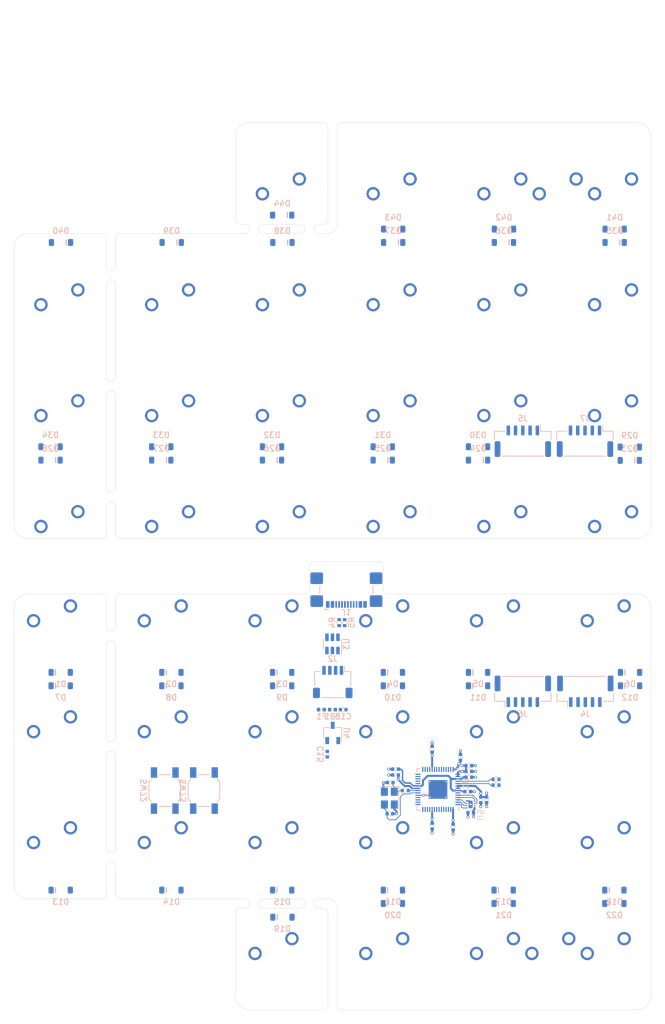
<source format=kicad_pcb>
(kicad_pcb (version 20241229) (generator "pcbnew") (generator_version "9.0")
  (layers (0 "F.Cu" signal) (4 "In1.Cu" signal) (6 "In2.Cu" signal) (2 "B.Cu" signal) (13 "F.Paste" user) (15 "B.Paste" user) (5 "F.SilkS" user "F.Silkscreen") (7 "B.SilkS" user "B.Silkscreen") (1 "F.Mask" user) (3 "B.Mask" user) (25 "Edge.Cuts" user))
  (net 0 "")
  (net 1 "/XIN_")
  (net 2 "GND")
  (net 3 "/XOUT_")
  (net 4 "/VFused_")
  (net 5 "+3.3V")
  (net 6 "+1V1")
  (net 7 "/DN")
  (net 8 "/DP")
  (net 9 "Net-(U1-XOUT)")
  (net 10 "Net-(U1-USB_DP)")
  (net 11 "Net-(U1-USB_DM)")
  (net 12 "GP0")
  (net 13 "Net-(D1-A)")
  (net 14 "GP2")
  (net 15 "Net-(D2-A)")
  (net 16 "GP4")
  (net 17 "Net-(D3-A)")
  (net 18 "GP6")
  (net 19 "GP8")
  (net 20 "/D1+")
  (net 21 "GP10")
  (net 22 "Net-(D4-A)")
  (net 23 "GP11")
  (net 24 "/VBUS")
  (net 25 "GP12")
  (net 26 "/D1-")
  (net 27 "/RUN_")
  (net 28 "GP13")
  (net 29 "GP14")
  (net 30 "GP15")
  (net 31 "GP16")
  (net 32 "GP17")
  (net 33 "GP18")
  (net 34 "/SD3_")
  (net 35 "/SCLK_")
  (net 36 "/SD0_")
  (net 37 "/SD2_")
  (net 38 "/SD1_")
  (net 39 "/CS_")
  (net 40 "GP1")
  (net 41 "GP3")
  (net 42 "GP5")
  (net 43 "GP7")
  (net 44 "GP9")
  (net 45 "GP19")
  (net 46 "GP20")
  (net 47 "GP21")
  (net 48 "GP22")
  (net 49 "GP23")
  (net 50 "GP24")
  (net 51 "GP25")
  (net 52 "GP26")
  (net 53 "GP27")
  (net 54 "GP28")
  (net 55 "GP29")
  (net 58 "Net-(F1-Pad1)")
  (net 59 "Net-(J1-CC1)")
  (net 61 "Net-(J1-CC2)")
  (net 68 "/Switch Matrix/ROW3")
  (net 69 "/Switch Matrix/ROW0")
  (net 70 "/Switch Matrix/COL6")
  (net 71 "/Switch Matrix/COL6r")
  (net 72 "/Switch Matrix/COL9")
  (net 73 "/Switch Matrix/COL7")
  (net 74 "/Switch Matrix/COL8")
  (net 75 "/Switch Matrix/COL10")
  (net 76 "/Switch Matrix/COL11")
  (net 77 "/Switch Matrix/COL9r")
  (net 78 "/Switch Matrix/COL7r")
  (net 79 "/Switch Matrix/COL10r")
  (net 80 "/Switch Matrix/COL8r")
  (net 81 "/Switch Matrix/COL11r")
  (net 82 "Net-(D5-A)")
  (net 83 "Net-(D6-A)")
  (net 84 "Net-(D7-A)")
  (net 85 "Net-(D8-A)")
  (net 86 "Net-(D9-A)")
  (net 87 "Net-(D10-A)")
  (net 88 "Net-(D11-A)")
  (net 89 "Net-(D12-A)")
  (net 90 "Net-(D13-A)")
  (net 91 "Net-(D14-A)")
  (net 92 "Net-(D15-A)")
  (net 93 "Net-(D16-A)")
  (net 94 "Net-(D17-A)")
  (net 95 "Net-(D18-A)")
  (net 96 "Net-(D19-A)")
  (net 97 "Net-(D20-A)")
  (net 98 "Net-(D21-A)")
  (net 99 "Net-(D22-A)")
  (net 100 "Net-(D23-A)")
  (net 101 "/Switch Matrix/ROW0r")
  (net 102 "Net-(D24-A)")
  (net 103 "Net-(D25-A)")
  (net 104 "Net-(D26-A)")
  (net 105 "Net-(D27-A)")
  (net 106 "Net-(D28-A)")
  (net 107 "/Switch Matrix/ROW1r")
  (net 108 "Net-(D29-A)")
  (net 109 "Net-(D30-A)")
  (net 110 "Net-(D31-A)")
  (net 111 "Net-(D32-A)")
  (net 112 "Net-(D33-A)")
  (net 113 "Net-(D34-A)")
  (net 114 "/Switch Matrix/ROW2r")
  (net 115 "Net-(D35-A)")
  (net 116 "Net-(D36-A)")
  (net 117 "Net-(D37-A)")
  (net 118 "Net-(D38-A)")
  (net 119 "Net-(D39-A)")
  (net 120 "Net-(D40-A)")
  (net 121 "/Switch Matrix/ROW3r")
  (net 122 "Net-(D41-A)")
  (net 123 "Net-(D42-A)")
  (net 124 "Net-(D43-A)")
  (net 125 "Net-(D44-A)")
  (net 126 "/Switch Matrix/COL0")
  (net 127 "/Switch Matrix/COL3")
  (net 128 "/Switch Matrix/COL4")
  (net 129 "/Switch Matrix/COL5")
  (footprint "PCM_marbastlib-mx:SW_MX_1u" (layer "F.Cu") (at 83.34375 150.01875)
    (property "Reference" "MX14" (hide yes))
    (property "Value" "MX_SW_solder")
  )
  (footprint "PCM_marbastlib-mx:SW_MX_1u" (layer "F.Cu") (at 83.34375 88.10625 180)
    (property "Reference" "MX27" (hide yes))
    (property "Value" "MX_SW_solder")
  )
  (footprint "PCM_marbastlib-mx:SW_MX_1u" (layer "F.Cu") (at 140.49375 130.96875)
    (property "Reference" "MX11" (hide yes))
    (property "Value" "MX_SW_solder")
  )
  (footprint "PCM_marbastlib-mx:SW_MX_1u" (layer "F.Cu") (at 121.44375 30.95625 180)
    (property "Reference" "MX43" (hide yes))
    (property "Value" "MX_SW_solder")
  )
  (footprint "PCM_marbastlib-mx:SW_MX_1u" (layer "F.Cu") (at 159.54375 150.01875)
    (property "Reference" "MX18" (hide yes))
    (property "Value" "MX_SW_solder")
  )
  (footprint "PCM_marbastlib-mx:SW_MX_1u" (layer "F.Cu") (at 64.29375 88.10625 180)
    (property "Reference" "MX28" (hide yes))
    (property "Value" "MX_SW_solder")
  )
  (footprint "PCM_marbastlib-mx:SW_MX_1u" (layer "F.Cu") (at 83.34375 111.91875)
    (property "Reference" "MX2" (hide yes))
    (property "Value" "MX_SW_solder")
  )
  (footprint "PCM_marbastlib-mx:SW_MX_1u" (layer "F.Cu") (at 121.44375 69.05625 180)
    (property "Reference" "MX31" (hide yes))
    (property "Value" "MX_SW_solder")
  )
  (footprint "PCM_marbastlib-mx:SW_MX_1u" (layer "F.Cu") (at 140.49375 111.91875)
    (property "Reference" "MX5" (hide yes))
    (property "Value" "MX_SW_solder")
  )
  (footprint "PCM_marbastlib-mx:SW_MX_1u" (layer "F.Cu") (at 64.29375 111.91875)
    (property "Reference" "MX1" (hide yes))
    (property "Value" "MX_SW_solder")
  )
  (footprint "PCM_marbastlib-mx:SW_MX_1u" (layer "F.Cu") (at 121.44375 111.91875)
    (property "Reference" "MX4" (hide yes))
    (property "Value" "MX_SW_solder")
  )
  (footprint "PCM_marbastlib-mx:SW_MX_1u" (layer "F.Cu") (at 121.44375 88.10625 180)
    (property "Reference" "MX25" (hide yes))
    (property "Value" "MX_SW_solder")
  )
  (footprint "PCM_marbastlib-mx:SW_MX_1u" (layer "F.Cu") (at 121.44375 150.01875)
    (property "Reference" "MX16" (hide yes))
    (property "Value" "MX_SW_solder")
  )
  (footprint "PCM_marbastlib-mx:SW_MX_1u" (layer "F.Cu") (at 140.49375 88.10625 180)
    (property "Reference" "MX24" (hide yes))
    (property "Value" "MX_SW_solder")
  )
  (footprint "PCM_marbastlib-mx:SW_MX_1u" (layer "F.Cu") (at 159.54375 169.06875)
    (property "Reference" "MX22" (hide yes))
    (property "Value" "MX_SW_solder")
  )
  (footprint "PCM_marbastlib-mx:SW_MX_1u" (layer "F.Cu") (at 140.49375 150.01875)
    (property "Reference" "MX17" (hide yes))
    (property "Value" "MX_SW_solder")
  )
  (footprint "PCM_marbastlib-mx:SW_MX_1u" (layer "F.Cu") (at 102.39375 130.96875)
    (property "Reference" "MX9" (hide yes))
    (property "Value" "MX_SW_solder")
  )
  (footprint "PCM_marbastlib-mx:SW_MX_1u" (layer "F.Cu") (at 64.29375 150.01875)
    (property "Reference" "MX13" (hide yes))
    (property "Value" "MX_SW_solder")
  )
  (footprint "PCM_marbastlib-mx:SW_MX_1u" (layer "F.Cu") (at 159.54375 50.00625 180)
    (property "Reference" "MX35" (hide yes))
    (property "Value" "MX_SW_solder")
  )
  (footprint "PCM_marbastlib-mx:SW_MX_1u" (layer "F.Cu") (at 64.29375 50.00625 180)
    (property "Reference" "MX40" (hide yes))
    (property "Value" "MX_SW_solder")
  )
  (footprint "PCM_marbastlib-mx:SW_MX_1u" (layer "F.Cu") (at 102.39375 111.91875)
    (property "Reference" "MX3" (hide yes))
    (property "Value" "MX_SW_solder")
  )
  (footprint "PCM_marbastlib-mx:SW_MX_1u" (layer "F.Cu") (at 121.44375 169.06875)
    (property "Reference" "MX20" (hide yes))
    (property "Value" "MX_SW_solder")
  )
  (footprint "PCM_marbastlib-mx:SW_MX_1u" (layer "F.Cu") (at 159.54375 111.91875)
    (property "Reference" "MX6" (hide yes))
    (property "Value" "MX_SW_solder")
  )
  (footprint "PCM_marbastlib-mx:SW_MX_1u" (layer "F.Cu") (at 159.54375 69.05625 180)
    (property "Reference" "MX29" (hide yes))
    (property "Value" "MX_SW_solder")
  )
  (footprint "PCM_marbastlib-mx:SW_MX_1u" (layer "F.Cu") (at 83.34375 130.96875)
    (property "Reference" "MX8" (hide yes))
    (property "Value" "MX_SW_solder")
  )
  (footprint "PCM_marbastlib-mx:SW_MX_1u" (layer "F.Cu") (at 102.39375 30.95625 180)
    (property "Reference" "MX44" (hide yes))
    (property "Value" "MX_SW_solder")
  )
  (footprint "PCM_marbastlib-mx:SW_MX_1u" (layer "F.Cu") (at 64.29375 69.05625 180)
    (property "Reference" "MX34" (hide yes))
    (property "Value" "MX_SW_solder")
  )
  (footprint "PCM_marbastlib-mx:SW_MX_1u" (layer "F.Cu") (at 140.49375 169.06875)
    (property "Reference" "MX21" (hide yes))
    (property "Value" "MX_SW_solder")
  )
  (footprint "PCM_marbastlib-mx:SW_MX_1u" (layer "F.Cu") (at 121.44375 130.96875)
    (property "Reference" "MX10" (hide yes))
    (property "Value" "MX_SW_solder")
  )
  (footprint "PCM_marbastlib-mx:SW_MX_1u" (layer "F.Cu") (at 102.39375 50.00625 180)
    (property "Reference" "MX38" (hide yes))
    (property "Value" "MX_SW_solder")
  )
  (footprint "PCM_marbastlib-mx:SW_MX_1u" (layer "F.Cu") (at 102.39375 169.06875)
    (property "Reference" "MX19" (hide yes))
    (property "Value" "MX_SW_solder")
  )
  (footprint "PCM_marbastlib-mx:SW_MX_1u" (layer "F.Cu") (at 140.49375 50.00625 180)
    (property "Reference" "MX36" (hide yes))
    (property "Value" "MX_SW_solder")
  )
  (footprint "PCM_marbastlib-mx:SW_MX_1u" (layer "F.Cu") (at 140.49375 69.05625 180)
    (property "Reference" "MX30" (hide yes))
    (property "Value" "MX_SW_solder")
  )
  (footprint "PCM_marbastlib-mx:SW_MX_1u" (layer "F.Cu") (at 102.39375 88.10625 180)
    (property "Reference" "MX26" (hide yes))
    (property "Value" "MX_SW_solder")
  )
  (footprint "PCM_marbastlib-mx:SW_MX_1u" (layer "F.Cu") (at 150.01875 169.06875)
    (property "Reference" "MX45" (hide yes))
    (property "Value" "MX_SW_solder")
  )
  (footprint "PCM_marbastlib-mx:SW_MX_1u" (layer "F.Cu") (at 140.49375 30.95625 180)
    (property "Reference" "MX42" (hide yes))
    (property "Value" "MX_SW_solder")
  )
  (footprint "PCM_marbastlib-mx:SW_MX_1u" (layer "F.Cu") (at 159.54375 30.95625 180)
    (property "Reference" "MX41" (hide yes))
    (property "Value" "MX_SW_solder")
  )
  (footprint "PCM_marbastlib-mx:SW_MX_1u" (layer "F.Cu") (at 83.34375 50.00625 180)
    (property "Reference" "MX39" (hide yes))
    (property "Value" "MX_SW_solder")
  )
  (footprint "PCM_marbastlib-mx:SW_MX_1u" (layer "F.Cu") (at 159.54375 88.10625 180)
    (property "Reference" "MX23" (hide yes))
    (property "Value" "MX_SW_solder")
  )
  (footprint "PCM_marbastlib-mx:SW_MX_1u" (layer "F.Cu") (at 159.54375 130.96875)
    (property "Reference" "MX12" (hide yes))
    (property "Value" "MX_SW_solder")
  )
  (footprint "PCM_marbastlib-mx:SW_MX_1u" (layer "F.Cu") (at 121.44375 50.00625 180)
    (property "Reference" "MX37" (hide yes))
    (property "Value" "MX_SW_solder")
  )
  (footprint "PCM_marbastlib-mx:SW_MX_1u" (layer "F.Cu") (at 102.39375 69.05625 180)
    (property "Reference" "MX32" (hide yes))
    (property "Value" "MX_SW_solder")
  )
  (footprint "PCM_marbastlib-mx:SW_MX_1u" (layer "F.Cu") (at 102.39375 150.01875)
    (property "Reference" "MX15" (hide yes))
    (property "Value" "MX_SW_solder")
  )
  (footprint "PCM_marbastlib-mx:SW_MX_1u" (layer "F.Cu") (at 150.01875 30.95625 180)
    (property "Reference" "MX46" (hide yes))
    (property "Value" "MX_SW_solder")
  )
  (footprint "PCM_marbastlib-mx:SW_MX_1u" (layer "F.Cu") (at 83.34375 69.05625 180)
    (property "Reference" "MX33" (hide yes))
    (property "Value" "MX_SW_solder")
  )
  (footprint "PCM_marbastlib-mx:SW_MX_1u" (layer "F.Cu") (at 64.29375 130.96875)
    (property "Reference" "MX7" (hide yes))
    (property "Value" "MX_SW_solder")
  )
  (footprint "pcb:D_SOD-123-minimal" (layer "B.Cu") (at 141.4 44.4 180)
    (property "Reference" "D36")
    (property "Value" "D_45deg")
  )
  (footprint "pcb:D_SOD-123-minimal" (layer "B.Cu") (at 163.05 79.5375 180)
    (property "Reference" "D29")
    (property "Value" "D_45deg")
  )
  (footprint "pcb:D_SOD-123-minimal" (layer "B.Cu") (at 63.4 81.7875 180)
    (property "Reference" "D28")
    (property "Value" "D_45deg")
  )
  (footprint "Capacitor_SMD:C_0402_1005Metric" (layer "B.Cu") (at 135.170286 138.731838)
    (property "Reference" "C14" (hide yes))
    (property "Value" "100n")
  )
  (footprint "pcb:D_SOD-123-minimal" (layer "B.Cu") (at 122.3 120.55)
    (property "Reference" "D10")
    (property "Value" "D_45deg")
  )
  (footprint "Capacitor_SMD:C_0402_1005Metric" (layer "B.Cu") (at 121.84049 137.169132 180)
    (property "Reference" "C2" (hide yes))
    (property "Value" "30p")
  )
  (footprint "pcb:D_SOD-123-minimal" (layer "B.Cu") (at 84.2 120.55)
    (property "Reference" "D8")
    (property "Value" "D_45deg")
  )
  (footprint "Connector_JST:JST_GH_SM05B-GHS-TB_1x05-1MP_P1.25mm_Horizontal" (layer "B.Cu") (at 155.35 78.5375 180)
    (property "Reference" "J7")
    (property "Value" "Conn_01x05")
  )
  (footprint "Resistor_SMD:R_0402_1005Metric" (layer "B.Cu") (at 124.42143 138.54799)
    (property "Reference" "R3" (hide yes))
    (property "Value" "1k")
  )
  (footprint "pcb:D_SOD-123-minimal" (layer "B.Cu") (at 103.25 118.25)
    (property "Reference" "D3")
    (property "Value" "D_45deg")
  )
  (footprint "pcb:D_SOD-123-minimal" (layer "B.Cu") (at 122.3 155.65)
    (property "Reference" "D16")
    (property "Value" "D_45deg")
  )
  (footprint "Capacitor_SMD:C_0402_1005Metric" (layer "B.Cu") (at 138.415073 140.13898 -90)
    (property "Reference" "C3" (hide yes))
    (property "Value" "1u")
  )
  (footprint "Resistor_SMD:R_0402_1005Metric" (layer "B.Cu") (at 140.041419 136.617589)
    (property "Reference" "R2" (hide yes))
    (property "Value" "22")
  )
  (footprint "pcb:D_SOD-123-minimal" (layer "B.Cu") (at 103.25 39.7 180)
    (property "Reference" "D44")
    (property "Value" "D_45deg")
  )
  (footprint "USON8:USON-8_1.5x1.5mm_P0.45mm" (layer "B.Cu") (at 135.665001 140.935)
    (property "Reference" "U5")
    (property "Value" "ZD25D40CNJGR")
  )
  (footprint "Button_Switch_SMD:SW_SPST_SKQG_WithoutStem" (layer "B.Cu") (at 83.05 138.55 -90)
    (property "Reference" "SW72")
    (property "Value" "SW_Push")
  )
  (footprint "Capacitor_SMD:C_0402_1005Metric" (layer "B.Cu") (at 135.353301 134.262923)
    (property "Reference" "C5" (hide yes))
    (property "Value" "100n")
  )
  (footprint "pcb:D_SOD-123-minimal" (layer "B.Cu") (at 103.3 44.4 180)
    (property "Reference" "D38")
    (property "Value" "D_45deg")
  )
  (footprint "Capacitor_SMD:C_0402_1005Metric" (layer "B.Cu") (at 133.917874 132.841638 90)
    (property "Reference" "C7" (hide yes))
    (property "Value" "100n")
  )
  (footprint "pcb:D_SOD-123-minimal" (layer "B.Cu") (at 103.25 120.55)
    (property "Reference" "D9")
    (property "Value" "D_45deg")
  )
  (footprint "pcb:D_SOD-123-minimal" (layer "B.Cu") (at 163.1 118.25)
    (property "Reference" "D6")
    (property "Value" "D_45deg")
  )
  (footprint "Capacitor_SMD:C_0402_1005Metric" (layer "B.Cu") (at 132.659224 144.820027 -90)
    (property "Reference" "C17" (hide yes))
    (property "Value" "100n")
  )
  (footprint "pcb:D_SOD-123-minimal" (layer "B.Cu") (at 163.05 81.8375 180)
    (property "Reference" "D23")
    (property "Value" "D_45deg")
  )
  (footprint "pcb:D_SOD-123-minimal" (layer "B.Cu") (at 65.15 155.65)
    (property "Reference" "D13")
    (property "Value" "D_45deg")
  )
  (footprint "Capacitor_SMD:C_0402_1005Metric" (layer "B.Cu") (at 137.425124 140.153123 -90)
    (property "Reference" "C4" (hide yes))
    (property "Value" "100n")
  )
  (footprint "Package_DFN_QFN:QFN-56-1EP_7x7mm_P0.4mm_EP3.2x3.2mm_ThermalVias" (layer "B.Cu") (at 130.05 138.35 90)
    (property "Reference" "U1")
    (property "Value" "RP2040")
  )
  (footprint "pcb:D_SOD-123-minimal" (layer "B.Cu") (at 84.2 155.65)
    (property "Reference" "D14")
    (property "Value" "D_45deg")
  )
  (footprint "pcb:D_SOD-123-minimal" (layer "B.Cu") (at 136.95 81.7875 180)
    (property "Reference" "D24")
    (property "Value" "D_45deg")
  )
  (footprint "pcb:D_SOD-123-minimal" (layer "B.Cu") (at 103.3 160.3)
    (property "Reference" "D19")
    (property "Value" "D_45deg")
  )
  (footprint "pcb:D_SOD-123-minimal" (layer "B.Cu") (at 136.95 118.25)
    (property "Reference" "D5")
    (property "Value" "D_45deg")
  )
  (footprint "Crystal:Crystal_SMD_3225-4Pin_3.2x2.5mm" (layer "B.Cu") (at 121.691998 139.849067 -90)
    (property "Reference" "Y1" (hide yes))
    (property "Value" "12MHz Crystal 3225")
  )
  (footprint "Connector_JST:JST_SH_SM04B-SRSS-TB_1x04-1MP_P1.00mm_Horizontal" (layer "B.Cu") (at 111.95 119.9 180)
    (property "Reference" "J2")
    (property "Value" "JST - 1.00mm 4 Pin")
  )
  (footprint "pcb:D_SOD-123-minimal" (layer "B.Cu") (at 84.2 118.25)
    (property "Reference" "D2")
    (property "Value" "D_45deg")
  )
  (footprint "Capacitor_SMD:C_0402_1005Metric" (layer "B.Cu") (at 129.06005 144.65656 -90)
    (property "Reference" "C9" (hide yes))
    (property "Value" "100n")
  )
  (footprint "Capacitor_SMD:C_0402_1005Metric" (layer "B.Cu") (at 121.783922 142.529001)
    (property "Reference" "C1" (hide yes))
    (property "Value" "30p")
  )
  (footprint "Capacitor_SMD:C_0402_1005Metric" (layer "B.Cu") (at 135.692712 142.338083 180)
    (property "Reference" "C10" (hide yes))
    (property "Value" "1u")
  )
  (footprint "pcb:D_SOD-123-minimal" (layer "B.Cu") (at 103.25 155.65)
    (property "Reference" "D15")
    (property "Value" "D_45deg")
  )
  (footprint "pcb:D_SOD-123-minimal" (layer "B.Cu") (at 163.1 120.55)
    (property "Reference" "D12")
    (property "Value" "D_45deg")
  )
  (footprint "pcb:D_SOD-123-minimal" (layer "B.Cu") (at 122.3 157.95)
    (property "Reference" "D20")
    (property "Value" "D_45deg")
  )
  (footprint "pcb:D_SOD-123-minimal" (layer "B.Cu") (at 160.45 44.4 180)
    (property "Reference" "D35")
    (property "Value" "D_45deg")
  )
  (footprint "pcb:D_SOD-123-minimal" (layer "B.Cu") (at 63.4 79.4875 180)
    (property "Reference" "D34")
    (property "Value" "D_45deg")
  )
  (footprint "Fuse:Fuse_0402_1005Metric" (layer "B.Cu") (at 110 124.65)
    (property "Reference" "F1")
    (property "Value" "700mA")
  )
  (footprint "pcb:D_SOD-123-minimal" (layer "B.Cu") (at 65.2 44.4 180)
    (property "Reference" "D40")
    (property "Value" "D_45deg")
  )
  (footprint "Inductor_SMD:L_0402_1005Metric" (layer "B.Cu") (at 111.9 124.65)
    (property "Reference" "FB1")
    (property "Value" "100 Ohm @ 100 MHz")
  )
  (footprint "pcb:D_SOD-123-minimal" (layer "B.Cu") (at 84.25 44.4 180)
    (property "Reference" "D39")
    (property "Value" "D_45deg")
  )
  (footprint "Capacitor_SMD:C_0402_1005Metric" (layer "B.Cu") (at 135.367443 136.256964)
    (property "Reference" "C12" (hide yes))
    (property "Value" "1u")
  )
  (footprint "pcb:D_SOD-123-minimal" (layer "B.Cu") (at 160.45 42.1 180)
    (property "Reference" "D41")
    (property "Value" "D_45deg")
  )
  (footprint "pcb:D_SOD-123-minimal" (layer "B.Cu") (at 101.5 81.7875 180)
    (property "Reference" "D26")
    (property "Value" "D_45deg")
  )
  (footprint "Connector_JST:JST_GH_SM05B-GHS-TB_1x05-1MP_P1.25mm_Horizontal" (layer "B.Cu") (at 155.4 121.5)
    (property "Reference" "J4")
    (property "Value" "Conn_01x05")
  )
  (footprint "Capacitor_SMD:C_0402_1005Metric" (layer "B.Cu") (at 111 132.3 -90)
    (property "Reference" "C15")
    (property "Value" "1u")
  )
  (footprint "pcb:D_SOD-123-minimal" (layer "B.Cu") (at 136.95 79.4875 180)
    (property "Reference" "D30")
    (property "Value" "D_45deg")
  )
  (footprint "Package_TO_SOT_SMD:SOT-23-6" (layer "B.Cu") (at 111.9 113.35 90)
    (property "Reference" "U3")
    (property "Value" "USBLC6-2SC6")
  )
  (footprint "Package_TO_SOT_SMD:TSOT-23" (layer "B.Cu") (at 111.95 128.65 90)
    (property "Reference" "U4")
    (property "Value" "3.3V Fixed Regulator")
  )
  (footprint "pcb:D_SOD-123-minimal" (layer "B.Cu") (at 141.4 42.1 180)
    (property "Reference" "D42")
    (property "Value" "D_45deg")
  )
  (footprint "Button_Switch_SMD:SW_SPST_SKQG_WithoutStem" (layer "B.Cu") (at 89.8 138.55 -90)
    (property "Reference" "SW73")
    (property "Value" "SW_Push")
  )
  (footprint "pcb:D_SOD-123-minimal" (layer "B.Cu") (at 65.15 120.55)
    (property "Reference" "D7")
    (property "Value" "D_45deg")
  )
  (footprint "pcb:D_SOD-123-minimal" (layer "B.Cu") (at 122.35 42.1 180)
    (property "Reference" "D43")
    (property "Value" "D_45deg")
  )
  (footprint "Capacitor_SMD:C_0402_1005Metric" (layer "B.Cu") (at 135.360372 135.259944)
    (property "Reference" "C6" (hide yes))
    (property "Value" "100n")
  )
  (footprint "pcb:D_SOD-123-minimal" (layer "B.Cu") (at 120.55 79.4875 180)
    (property "Reference" "D31")
    (property "Value" "D_45deg")
  )
  (footprint "pcb:D_SOD-123-minimal" (layer "B.Cu") (at 122.35 44.4 180)
    (property "Reference" "D37")
    (property "Value" "D_45deg")
  )
  (footprint "pcb:D_SOD-123-minimal" (layer "B.Cu") (at 141.35 157.95)
    (property "Reference" "D21")
    (property "Value" "D_45deg")
  )
  (footprint "pcb:D_SOD-123-minimal" (layer "B.Cu") (at 160.4 157.95)
    (property "Reference" "D22")
    (property "Value" "D_45deg")
  )
  (footprint "Connector_JST:JST_GH_SM05B-GHS-TB_1x05-1MP_P1.25mm_Horizontal" (layer "B.Cu") (at 144.65 78.5375 180)
    (property "Reference" "J5")
    (property "Value" "Conn_01x05")
  )
  (footprint "pcb:D_SOD-123-minimal" (layer "B.Cu") (at 82.45 81.7875 180)
    (property "Reference" "D27")
    (property "Value" "D_45deg")
  )
  (footprint "pcb:D_SOD-123-minimal" (layer "B.Cu") (at 141.35 155.65)
    (property "Reference" "D17")
    (property "Value" "D_45deg")
  )
  (footprint "Resistor_SMD:R_0402_1005Metric" (layer "B.Cu") (at 113.05 109.7 -90)
    (property "Reference" "R4")
    (property "Value" "5.1k")
  )
  (footprint "Resistor_SMD:R_0402_1005Metric" (layer "B.Cu") (at 114 109.7 90)
    (property "Reference" "R5")
    (property "Value" "5.1k")
  )
  (footprint "pcb:D_SOD-123-minimal" (layer "B.Cu") (at 101.5 79.4875 180)
    (property "Reference" "D32")
    (property "Value" "D_45deg")
  )
  (footprint "pcb:D_SOD-123-minimal" (layer "B.Cu") (at 136.95 120.55)
    (property "Reference" "D11")
    (property "Value" "D_45deg")
  )
  (footprint "Capacitor_SMD:C_0402_1005Metric" (layer "B.Cu") (at 129.052979 131.441567 90)
    (property "Reference" "C8" (hide yes))
    (property "Value" "100n")
  )
  (footprint "pcb:D_SOD-123-minimal" (layer "B.Cu") (at 120.55 81.7875 180)
    (property "Reference" "D25")
    (property "Value" "D_45deg")
  )
  (footprint "Capacitor_SMD:C_0402_1005Metric" (layer "B.Cu") (at 122.752658 134.871035 180)
    (property "Reference" "C16" (hide yes))
    (property "Value" "100n")
  )
  (footprint "pcb:D_SOD-123-minimal" (layer "B.Cu") (at 160.4 155.65)
    (property "Reference" "D18")
    (property "Value" "D_45deg")
  )
  (footprint "Connector_JST:JST_GH_SM05B-GHS-TB_1x05-1MP_P1.25mm_Horizontal" (layer "B.Cu") (at 144.65 121.5)
    (property "Reference" "J6")
    (property "Value" "Conn_01x05")
  )
  (footprint "pcb:D_SOD-123-minimal" (layer "B.Cu") (at 65.15 118.25)
    (property "Reference" "D1")
    (property "Value" "D_45deg")
  )
  (footprint "Resistor_SMD:R_0402_1005Metric" (layer "B.Cu") (at 140.041419 137.62168 180)
    (property "Reference" "R1" (hide yes))
    (property "Value" "22")
  )
  (footprint "pcb:D_SOD-123-minimal" (layer "B.Cu") (at 122.3 118.25)
    (property "Reference" "D4")
    (property "Value" "D_45deg")
  )
  (footprint "Capacitor_SMD:C_0402_1005Metric" (layer "B.Cu") (at 113.75 124.65)
    (property "Reference" "C13")
    (property "Value" "1u")
  )
  (footprint "Capacitor_SMD:C_0402_1005Metric" (layer "B.Cu") (at 122.752658 135.875127 180)
    (property "Reference" "C11" (hide yes))
    (property "Value" "100n")
  )
  (footprint "pcb:D_SOD-123-minimal" (layer "B.Cu") (at 82.45 79.4875 180)
    (property "Reference" "D33")
    (property "Value" "D_45deg")
  )
  (footprint "Connector_USB:USB_C_Receptacle_GCT_USB4110" (layer "B.Cu") (at 114.3 102.9)
    (property "Reference" "J1")
    (property "Value" "USB_C_Receptacle_USB2.0")
  )
  (gr_arc (start 57.15 45.24375) (mid 57.847449 43.559934) (end 59.53125 42.8625) (stroke (width 0.05)) (layer "Edge.Cuts"))
  (gr_arc (start 110.33125 23.8125) (mid 110.892484 24.045002) (end 111.125 24.60625) (stroke (width 0.05)) (layer "Edge.Cuts"))
  (gr_arc (start 75.40625 157.1625) (mid 74.844984 156.930016) (end 74.6125 156.36875) (stroke (width 0.05)) (layer "Edge.Cuts"))
  (gr_arc (start 107.95 100.0125) (mid 108.182481 99.451216) (end 108.74375 99.21875) (stroke (width 0.05)) (layer "Edge.Cuts"))
  (gr_arc (start 121.44375 104.775) (mid 120.882484 104.542516) (end 120.65 103.98125) (stroke (width 0.05)) (layer "Edge.Cuts"))
  (gr_line (start 107.1562 104.775) (end 75.40625 104.775) (stroke (width 0.05)) (layer "Edge.Cuts"))
  (gr_line (start 106.3625 158.75) (end 100.0125 158.75) (stroke (width 0.05)) (layer "Edge.Cuts"))
  (gr_line (start 73.025 48.41875) (end 73.025 43.65625) (stroke (width 0.05)) (layer "Edge.Cuts"))
  (gr_line (start 110.33125 158.75) (end 109.5375 158.75) (stroke (width 0.05)) (layer "Edge.Cuts"))
  (gr_arc (start 111.125 157.1625) (mid 112.247532 157.627468) (end 112.7125 158.75) (stroke (width 0.05)) (layer "Edge.Cuts"))
  (gr_arc (start 74.6125 86.51875) (mid 73.81875 87.3125) (end 73.025 86.51875) (stroke (width 0.05)) (layer "Edge.Cuts"))
  (gr_arc (start 75.40625 95.25) (mid 74.845016 95.017498) (end 74.6125 94.45625) (stroke (width 0.05)) (layer "Edge.Cuts"))
  (gr_arc (start 73.025 94.45625) (mid 72.792519 95.017534) (end 72.23125 95.25) (stroke (width 0.05)) (layer "Edge.Cuts"))
  (gr_arc (start 106.3625 157.1625) (mid 107.15625 157.95625) (end 106.3625 158.75) (stroke (width 0.05)) (layer "Edge.Cuts"))
  (gr_arc (start 74.6125 105.56875) (mid 74.844984 105.007484) (end 75.40625 104.775) (stroke (width 0.05)) (layer "Edge.Cuts"))
  (gr_arc (start 100.0125 158.75) (mid 99.21875 157.95625) (end 100.0125 157.1625) (stroke (width 0.05)) (layer "Edge.Cuts"))
  (gr_arc (start 96.8375 41.275) (mid 97.63125 42.06875) (end 96.8375 42.8625) (stroke (width 0.05)) (layer "Edge.Cuts"))
  (gr_arc (start 107.95 103.98125) (mid 107.717516 104.542516) (end 107.15625 104.775) (stroke (width 0.05)) (layer "Edge.Cuts"))
  (gr_arc (start 95.25 26.19375) (mid 95.947449 24.509934) (end 97.63125 23.8125) (stroke (width 0.05)) (layer "Edge.Cuts"))
  (gr_line (start 75.40625 42.8625) (end 96.8375 42.8625) (stroke (width 0.05)) (layer "Edge.Cuts"))
  (gr_line (start 74.6125 132.55625) (end 74.6125 148.43125) (stroke (width 0.05)) (layer "Edge.Cuts"))
  (gr_line (start 59.53125 42.8625) (end 72.23125 42.8625) (stroke (width 0.05)) (layer "Edge.Cuts"))
  (gr_arc (start 111.125 175.41875) (mid 110.892516 175.980016) (end 110.33125 176.2125) (stroke (width 0.05)) (layer "Edge.Cuts"))
  (gr_line (start 120.65 103.9812) (end 120.65 100.0125) (stroke (width 0.05)) (layer "Edge.Cuts"))
  (gr_line (start 110.33125 41.275) (end 109.5375 41.275) (stroke (width 0.05)) (layer "Edge.Cuts"))
  (gr_line (start 105.56875 95.25) (end 75.40625 95.25) (stroke (width 0.05)) (layer "Edge.Cuts"))
  (gr_line (start 106.3625 41.275) (end 100.0125 41.275) (stroke (width 0.05)) (layer "Edge.Cuts"))
  (gr_line (start 72.23125 104.775) (end 59.53125 104.775) (stroke (width 0.05)) (layer "Edge.Cuts"))
  (gr_line (start 111.125 175.41875) (end 111.125 159.54375) (stroke (width 0.05)) (layer "Edge.Cuts"))
  (gr_arc (start 74.6125 129.38125) (mid 73.81875 130.175) (end 73.025 129.38125) (stroke (width 0.05)) (layer "Edge.Cuts"))
  (gr_arc (start 164.30625 23.8125) (mid 165.990016 24.50997) (end 166.6875 26.19375) (stroke (width 0.05)) (layer "Edge.Cuts"))
  (gr_line (start 74.6125 48.41875) (end 74.6125 43.65625) (stroke (width 0.05)) (layer "Edge.Cuts"))
  (gr_arc (start 112.7125 41.275) (mid 112.247514 42.3975) (end 111.125 42.8625) (stroke (width 0.05)) (layer "Edge.Cuts"))
  (gr_arc (start 106.3625 41.275) (mid 107.15625 42.06875) (end 106.3625 42.8625) (stroke (width 0.05)) (layer "Edge.Cuts"))
  (gr_arc (start 100.0125 42.8625) (mid 99.21885 42.06875) (end 100.0125 41.275) (stroke (width 0.05)) (layer "Edge.Cuts"))
  (gr_line (start 59.53125 157.1625) (end 72.23125 157.1625) (stroke (width 0.05)) (layer "Edge.Cuts"))
  (gr_line (start 74.6125 151.60625) (end 74.6125 156.36875) (stroke (width 0.05)) (layer "Edge.Cuts"))
  (gr_arc (start 166.6875 92.86875) (mid 165.990051 94.552566) (end 164.30625 95.25) (stroke (width 0.05)) (layer "Edge.Cuts"))
  (gr_line (start 96.8375 158.75) (end 96.04375 158.75) (stroke (width 0.05)) (layer "Edge.Cuts"))
  (gr_line (start 75.40625 157.1625) (end 96.8375 157.1625) (stroke (width 0.05)) (layer "Edge.Cuts"))
  (gr_arc (start 73.025 156.36875) (mid 72.792516 156.930016) (end 72.23125 157.1625) (stroke (width 0.05)) (layer "Edge.Cuts"))
  (gr_line (start 109.5375 157.1625) (end 111.125 157.1625) (stroke (width 0.05)) (layer "Edge.Cuts"))
  (gr_arc (start 57.15 107.15625) (mid 57.847452 105.472452) (end 59.53125 104.775) (stroke (width 0.05)) (layer "Edge.Cuts"))
  (gr_line (start 73.025 151.60625) (end 73.025 156.36875) (stroke (width 0.05)) (layer "Edge.Cuts"))
  (gr_arc (start 73.025 70.64375) (mid 73.81875 69.85) (end 74.6125 70.64375) (stroke (width 0.05)) (layer "Edge.Cuts"))
  (gr_line (start 166.6875 26.19375) (end 166.6875 92.86875) (stroke (width 0.05)) (layer "Edge.Cuts"))
  (gr_line (start 166.6875 173.83125) (end 166.6875 107.15625) (stroke (width 0.05)) (layer "Edge.Cuts"))
  (gr_line (start 73.025 113.50625) (end 73.025 129.38125) (stroke (width 0.05)) (layer "Edge.Cuts"))
  (gr_line (start 164.30625 104.775) (end 121.44375 104.774999) (stroke (width 0.05)) (layer "Edge.Cuts"))
  (gr_arc (start 74.6125 48.41875) (mid 73.81875 49.2125) (end 73.025 48.41875) (stroke (width 0.05)) (layer "Edge.Cuts"))
  (gr_arc (start 74.6125 110.33125) (mid 73.81875 111.125) (end 73.025 110.33125) (stroke (width 0.05)) (layer "Edge.Cuts"))
  (gr_arc (start 109.5375 42.8625) (mid 108.74385 42.06875) (end 109.5375 41.275) (stroke (width 0.05)) (layer "Edge.Cuts"))
  (gr_line (start 73.025 105.56875) (end 73.025 110.33125) (stroke (width 0.05)) (layer "Edge.Cuts"))
  (gr_line (start 113.50625 23.8125) (end 164.30625 23.8125) (stroke (width 0.05)) (layer "Edge.Cuts"))
  (gr_line (start 95.25 40.48125) (end 95.25 26.19375) (stroke (width 0.05)) (layer "Edge.Cuts"))
  (gr_arc (start 74.6125 148.43125) (mid 73.81875 149.225) (end 73.025 148.43125) (stroke (width 0.05)) (layer "Edge.Cuts"))
  (gr_line (start 73.025 51.59375) (end 73.025 67.46875) (stroke (width 0.05)) (layer "Edge.Cuts"))
  (gr_arc (start 59.53125 95.25) (mid 57.847484 94.55253) (end 57.15 92.86875) (stroke (width 0.05)) (layer "Edge.Cuts"))
  (gr_arc (start 74.6125 67.46875) (mid 73.81875 68.2625) (end 73.025 67.46875) (stroke (width 0.05)) (layer "Edge.Cuts"))
  (gr_line (start 74.6125 94.45625) (end 74.6125 89.69375) (stroke (width 0.05)) (layer "Edge.Cuts"))
  (gr_line (start 97.63125 23.8125) (end 110.33125 23.8125) (stroke (width 0.05)) (layer "Edge.Cuts"))
  (gr_arc (start 72.23125 104.775) (mid 72.792516 105.007484) (end 73.025 105.56875) (stroke (width 0.05)) (layer "Edge.Cuts"))
  (gr_line (start 100.0125 157.1625) (end 106.3625 157.1625) (stroke (width 0.05)) (layer "Edge.Cuts"))
  (gr_arc (start 96.8375 157.1625) (mid 97.63125 157.95625) (end 96.8375 158.75) (stroke (width 0.05)) (layer "Edge.Cuts"))
  (gr_line (start 109.5375 42.8625) (end 111.125 42.8625) (stroke (width 0.05)) (layer "Edge.Cuts"))
  (gr_line (start 97.63125 176.2125) (end 110.33125 176.2125) (stroke (width 0.05)) (layer "Edge.Cuts"))
  (gr_line (start 113.50625 176.2125) (end 164.30625 176.2125) (stroke (width 0.05)) (layer "Edge.Cuts"))
  (gr_arc (start 95.25 159.54375) (mid 95.482484 158.982484) (end 96.04375 158.75) (stroke (width 0.05)) (layer "Edge.Cuts"))
  (gr_arc (start 72.23125 42.8625) (mid 72.792484 43.095002) (end 73.025 43.65625) (stroke (width 0.05)) (layer "Edge.Cuts"))
  (gr_arc (start 166.6875 173.83125) (mid 165.990048 175.515048) (end 164.30625 176.2125) (stroke (width 0.05)) (layer "Edge.Cuts"))
  (gr_line (start 112.7125 41.275) (end 112.7125 24.60625) (stroke (width 0.05)) (layer "Edge.Cuts"))
  (gr_line (start 111.125 24.60625) (end 111.125 40.48125) (stroke (width 0.05)) (layer "Edge.Cuts"))
  (gr_arc (start 73.025 51.59375) (mid 73.81875 50.8) (end 74.6125 51.59375) (stroke (width 0.05)) (layer "Edge.Cuts"))
  (gr_arc (start 73.025 151.60625) (mid 73.81875 150.8125) (end 74.6125 151.60625) (stroke (width 0.05)) (layer "Edge.Cuts"))
  (gr_line (start 72.23125 95.25) (end 59.53125 95.25) (stroke (width 0.05)) (layer "Edge.Cuts"))
  (gr_line (start 57.15 92.86875) (end 57.15 45.24375) (stroke (width 0.05)) (layer "Edge.Cuts"))
  (gr_arc (start 96.04375 41.275) (mid 95.482516 41.042498) (end 95.25 40.48125) (stroke (width 0.05)) (layer "Edge.Cuts"))
  (gr_line (start 73.025 94.45625) (end 73.025 89.69375) (stroke (width 0.05)) (layer "Edge.Cuts"))
  (gr_line (start 107.95 100.0125) (end 107.95 103.9812) (stroke (width 0.05)) (layer "Edge.Cuts"))
  (gr_arc (start 109.5375 158.75) (mid 108.74375 157.95625) (end 109.5375 157.1625) (stroke (width 0.05)) (layer "Edge.Cuts"))
  (gr_arc (start 73.025 113.50625) (mid 73.81875 112.7125) (end 74.6125 113.50625) (stroke (width 0.05)) (layer "Edge.Cuts"))
  (gr_line (start 100.0125 42.8625) (end 106.3625 42.8625) (stroke (width 0.05)) (layer "Edge.Cuts"))
  (gr_arc (start 59.53125 157.1625) (mid 57.847452 156.465048) (end 57.15 154.78125) (stroke (width 0.05)) (layer "Edge.Cuts"))
  (gr_line (start 73.025 86.51875) (end 73.025 70.64375) (stroke (width 0.05)) (layer "Edge.Cuts"))
  (gr_line (start 119.85625 99.21875) (end 108.74375 99.21875) (stroke (width 0.05)) (layer "Edge.Cuts"))
  (gr_arc (start 119.85625 99.21875) (mid 120.417516 99.451234) (end 120.65 100.0125) (stroke (width 0.05)) (layer "Edge.Cuts"))
  (gr_arc (start 110.33125 158.75) (mid 110.892516 158.982484) (end 111.125 159.54375) (stroke (width 0.05)) (layer "Edge.Cuts"))
  (gr_line (start 96.8375 41.275) (end 96.04375 41.275) (stroke (width 0.05)) (layer "Edge.Cuts"))
  (gr_arc (start 164.30625 104.775) (mid 165.990048 105.472452) (end 166.6875 107.15625) (stroke (width 0.05)) (layer "Edge.Cuts"))
  (gr_arc (start 113.50625 176.2125) (mid 112.944984 175.980016) (end 112.7125 175.41875) (stroke (width 0.05)) (layer "Edge.Cuts"))
  (gr_arc (start 73.025 132.55625) (mid 73.81875 131.7625) (end 74.6125 132.55625) (stroke (width 0.05)) (layer "Edge.Cuts"))
  (gr_line (start 74.6125 86.51875) (end 74.6125 70.64375) (stroke (width 0.05)) (layer "Edge.Cuts"))
  (gr_arc (start 112.7125 24.60625) (mid 112.944981 24.044966) (end 113.50625 23.8125) (stroke (width 0.05)) (layer "Edge.Cuts"))
  (gr_line (start 57.15 107.15625) (end 57.15 154.78125) (stroke (width 0.05)) (layer "Edge.Cuts"))
  (gr_line (start 73.025 148.43125) (end 73.025 132.55625) (stroke (width 0.05)) (layer "Edge.Cuts"))
  (gr_arc (start 73.025 89.69375) (mid 73.81875 88.9) (end 74.6125 89.69375) (stroke (width 0.05)) (layer "Edge.Cuts"))
  (gr_line (start 74.6125 113.50625) (end 74.6125 129.38125) (stroke (width 0.05)) (layer "Edge.Cuts"))
  (gr_line (start 74.6125 105.56875) (end 74.6125 110.33125) (stroke (width 0.05)) (layer "Edge.Cuts"))
  (gr_line (start 74.6125 67.46875) (end 74.6125 51.59375) (stroke (width 0.05)) (layer "Edge.Cuts"))
  (gr_arc (start 74.6125 43.65625) (mid 74.844981 43.094966) (end 75.40625 42.8625) (stroke (width 0.05)) (layer "Edge.Cuts"))
  (gr_line (start 164.30625 95.25) (end 105.56875 95.25) (stroke (width 0.05)) (layer "Edge.Cuts"))
  (gr_arc (start 111.125 40.48125) (mid 110.892519 41.042534) (end 110.33125 41.275) (stroke (width 0.05)) (layer "Edge.Cuts"))
  (gr_arc (start 97.63125 176.2125) (mid 95.947452 175.515048) (end 95.25 173.83125) (stroke (width 0.05)) (layer "Edge.Cuts"))
  (gr_line (start 112.7125 158.75) (end 112.7125 175.41875) (stroke (width 0.05)) (layer "Edge.Cuts"))
  (gr_line (start 95.25 159.54375) (end 95.25 173.83125) (stroke (width 0.05)) (layer "Edge.Cuts"))
  (segment (start 122.780942 143.568448) (end 121.649571 143.568448) (width 0.127) (layer "B.Cu") (net 1))
  (segment (start 120.841998 141.700215) (end 120.841998 140.949067) (width 0.127) (layer "B.Cu") (net 1))
  (segment (start 121.649571 143.568448) (end 121.303922 143.222799) (width 0.127) (layer "B.Cu") (net 1))
  (segment (start 125.391206 138.950001) (end 125.206318 139.134889) (width 0.127) (layer "B.Cu") (net 1))
  (segment (start 123.601186 142.748204) (end 122.780942 143.568448) (width 0.127) (layer "B.Cu") (net 1))
  (segment (start 126.6125 138.950001) (end 125.391206 138.950001) (width 0.127) (layer "B.Cu") (net 1))
  (segment (start 124.103232 139.134889) (end 124.096161 139.127818) (width 0.127) (layer "B.Cu") (net 1))
  (segment (start 125.206318 139.134889) (end 124.103232 139.134889) (width 0.127) (layer "B.Cu") (net 1))
  (segment (start 121.303089 142.528168) (end 121.303089 142.161306) (width 0.127) (layer "B.Cu") (net 1))
  (segment (start 124.096161 139.127818) (end 123.601186 139.622793) (width 0.127) (layer "B.Cu") (net 1))
  (segment (start 121.303922 142.529001) (end 121.303089 142.528168) (width 0.127) (layer "B.Cu") (net 1))
  (segment (start 123.601186 139.622793) (end 123.601186 142.748204) (width 0.127) (layer "B.Cu") (net 1))
  (segment (start 121.303089 142.161306) (end 120.841998 141.700215) (width 0.127) (layer "B.Cu") (net 1))
  (segment (start 121.303922 143.222799) (end 121.303922 142.529001) (width 0.127) (layer "B.Cu") (net 1))
  (via (at 136.512956 134.248781) (size 0.5) (drill 0.3) (layers "F.Cu" "B.Cu") (net 2))
  (via (at 135.218951 143.094687) (size 0.5) (drill 0.3) (layers "F.Cu" "B.Cu") (net 2))
  (via (at 120.673764 137.176203) (size 0.5) (drill 0.3) (layers "F.Cu" "B.Cu") (net 2))
  (via (at 121.593003 135.889269) (size 0.5) (drill 0.3) (layers "F.Cu" "B.Cu") (net 2))
  (via (at 136.520027 136.249893) (size 0.5) (drill 0.3) (layers "F.Cu" "B.Cu") (net 2))
  (via (at 122.936506 142.507788) (size 0.5) (drill 0.3) (layers "F.Cu" "B.Cu") (net 2))
  (via (at 138.408002 141.291565) (size 0.5) (drill 0.3) (layers "F.Cu" "B.Cu") (net 2))
  (via (at 137.425124 141.312778) (size 0.5) (drill 0.3) (layers "F.Cu" "B.Cu") (net 2))
  (via (at 136.520027 135.259944) (size 0.5) (drill 0.3) (layers "F.Cu" "B.Cu") (net 2))
  (via (at 129.06005 130.274841) (size 0.5) (drill 0.3) (layers "F.Cu" "B.Cu") (net 2))
  (via (at 133.917874 131.681983) (size 0.5) (drill 0.3) (layers "F.Cu" "B.Cu") (net 2))
  (via (at 121.600074 134.878106) (size 0.5) (drill 0.3) (layers "F.Cu" "B.Cu") (net 2))
  (via (at 136.329108 138.731838) (size 0.5) (drill 0.3) (layers "F.Cu" "B.Cu") (net 2))
  (via (at 129.052979 145.809977) (size 0.5) (drill 0.3) (layers "F.Cu" "B.Cu") (net 2))
  (via (at 127.617553 139.350001) (size 0.5) (drill 0.3) (layers "F.Cu" "B.Cu") (net 2))
  (via (at 132.659224 145.979682) (size 0.5) (drill 0.3) (layers "F.Cu" "B.Cu") (net 2))
  (segment (start 135.212712 142.338083) (end 135.218951 142.344321) (width 0.35) (layer "B.Cu") (net 2))
  (segment (start 135.650286 138.731838) (end 136.329108 138.731838) (width 0.35) (layer "B.Cu") (net 2))
  (segment (start 135.218951 142.344321) (end 135.218951 143.094687) (width 0.35) (layer "B.Cu") (net 2))
  (segment (start 129.06005 130.954496) (end 129.06005 130.274841) (width 0.35) (layer "B.Cu") (net 2))
  (segment (start 121.360491 137.169132) (end 121.35342 137.176203) (width 0.35) (layer "B.Cu") (net 2))
  (segment (start 122.285135 142.507788) (end 122.936506 142.507788) (width 0.35) (layer "B.Cu") (net 2))
  (segment (start 122.936506 142.140093) (end 122.936506 142.507788) (width 0.35) (layer "B.Cu") (net 2))
  (segment (start 122.272658 135.875127) (end 122.258516 135.889269) (width 0.35) (layer "B.Cu") (net 2))
  (segment (start 122.541997 140.949067) (end 122.541997 141.745584) (width 0.35) (layer "B.Cu") (net 2))
  (segment (start 135.854514 136.249893) (end 136.520027 136.249893) (width 0.35) (layer "B.Cu") (net 2))
  (segment (start 133.917874 132.361639) (end 133.917874 131.681983) (width 0.35) (layer "B.Cu") (net 2))
  (segment (start 135.015001 140.335) (end 135.418554 140.335) (width 0.25) (layer "B.Cu") (net 2))
  (segment (start 122.265587 134.878106) (end 121.600074 134.878106) (width 0.35) (layer "B.Cu") (net 2))
  (segment (start 129.06005 145.136559) (end 129.052979 145.143631) (width 0.35) (layer "B.Cu") (net 2))
  (segment (start 135.840372 135.259944) (end 136.520027 135.259944) (width 0.35) (layer "B.Cu") (net 2))
  (segment (start 122.272658 134.871035) (end 122.265587 134.878106) (width 0.35) (layer "B.Cu") (net 2))
  (segment (start 129.05 139.35) (end 130.05 138.35) (width 0.127) (layer "B.Cu") (net 2))
  (segment (start 137.425124 140.633122) (end 137.425124 141.312778) (width 0.35) (layer "B.Cu") (net 2))
  (segment (start 122.541997 141.745584) (end 122.936506 142.140093) (width 0.35) (layer "B.Cu") (net 2))
  (segment (start 135.665001 140.581447) (end 135.665001 140.935) (width 0.25) (layer "B.Cu") (net 2))
  (segment (start 122.258516 135.889269) (end 121.593003 135.889269) (width 0.35) (layer "B.Cu") (net 2))
  (segment (start 120.673764 138.580833) (end 120.673764 137.176203) (width 0.35) (layer "B.Cu") (net 2))
  (segment (start 126.6125 139.35) (end 129.05 139.35) (width 0.127) (layer "B.Cu") (net 2))
  (segment (start 135.418554 140.335) (end 135.665001 140.581447) (width 0.25) (layer "B.Cu") (net 2))
  (segment (start 135.847443 134.248781) (end 136.512956 134.248781) (width 0.35) (layer "B.Cu") (net 2))
  (segment (start 120.841998 138.749067) (end 120.673764 138.580833) (width 0.35) (layer "B.Cu") (net 2))
  (segment (start 129.052979 145.143631) (end 129.052979 145.809977) (width 0.35) (layer "B.Cu") (net 2))
  (segment (start 135.847443 136.256964) (end 135.854514 136.249893) (width 0.35) (layer "B.Cu") (net 2))
  (segment (start 121.35342 137.176203) (end 120.673764 137.176203) (width 0.35) (layer "B.Cu") (net 2))
  (segment (start 122.263921 142.529001) (end 122.285135 142.507788) (width 0.35) (layer "B.Cu") (net 2))
  (segment (start 135.8333 134.262923) (end 135.847443 134.248781) (width 0.35) (layer "B.Cu") (net 2))
  (segment (start 138.415073 140.61898) (end 138.408002 140.626051) (width 0.35) (layer "B.Cu") (net 2))
  (segment (start 132.659224 145.300027) (end 132.659224 145.979682) (width 0.35) (layer "B.Cu") (net 2))
  (segment (start 138.408002 140.626051) (end 138.408002 141.291565) (width 0.35) (layer "B.Cu") (net 2))
  (segment (start 129.052979 130.961567) (end 129.06005 130.954496) (width 0.35) (layer "B.Cu") (net 2))
  (segment (start 123.911431 138.54799) (end 123.459765 138.54799) (width 0.127) (layer "B.Cu") (net 3))
  (segment (start 123.459765 138.54799) (end 123.258688 138.749067) (width 0.127) (layer "B.Cu") (net 3))
  (segment (start 122.321323 137.678249) (end 122.541997 137.898923) (width 0.127) (layer "B.Cu") (net 3))
  (segment (start 122.541997 137.898923) (end 122.541997 138.749067) (width 0.127) (layer "B.Cu") (net 3))
  (segment (start 122.32049 137.169132) (end 122.321323 137.169965) (width 0.127) (layer "B.Cu") (net 3))
  (segment (start 122.321323 137.169965) (end 122.321323 137.678249) (width 0.127) (layer "B.Cu") (net 3))
  (segment (start 123.258688 138.749067) (end 122.541997 138.749067) (width 0.127) (layer "B.Cu") (net 3))
  (via (at 123.233491 136.681228) (size 0.5) (drill 0.3) (layers "F.Cu" "B.Cu") (net 5))
  (via (at 137.425124 139.035894) (size 0.5) (drill 0.3) (layers "F.Cu" "B.Cu") (net 5))
  (via (at 138.422144 138.986396) (size 0.5) (drill 0.3) (layers "F.Cu" "B.Cu") (net 5))
  (via (at 136.166474 143.038118) (size 0.5) (drill 0.3) (layers "F.Cu" "B.Cu") (net 5))
  (via (at 132.652 143.653301) (size 0.5) (drill 0.3) (layers "F.Cu" "B.Cu") (net 5))
  (via (at 129.052979 132.530512) (size 0.5) (drill 0.3) (layers "F.Cu" "B.Cu") (net 5))
  (via (at 129.052979 143.504809) (size 0.5) (drill 0.3) (layers "F.Cu" "B.Cu") (net 5))
  (via (at 133.670387 133.965938) (size 0.5) (drill 0.3) (layers "F.Cu" "B.Cu") (net 5))
  (via (at 134.193646 135.267015) (size 0.5) (drill 0.3) (layers "F.Cu" "B.Cu") (net 5))
  (via (at 134.193646 134.262923) (size 0.5) (drill 0.3) (layers "F.Cu" "B.Cu") (net 5))
  (segment (start 125.595227 138.180295) (end 126.582205 138.180295) (width 0.254) (layer "B.Cu") (net 5))
  (segment (start 129.052979 144.169489) (end 129.052979 143.504809) (width 0.35) (layer "B.Cu") (net 5))
  (segment (start 133.543107 134.093217) (end 133.543107 134.248781) (width 0.35) (layer "B.Cu") (net 5))
  (segment (start 138.400931 139.673123) (end 137.425124 139.673123) (width 0.35) (layer "B.Cu") (net 5))
  (segment (start 136.166474 142.344321) (end 136.166474 143.038118) (width 0.35) (layer "B.Cu") (net 5))
  (segment (start 136.172712 142.338083) (end 136.172712 141.928794) (width 0.35) (layer "B.Cu") (net 5))
  (segment (start 136.480642 137.752001) (end 133.4875 137.752001) (width 0.35) (layer "B.Cu") (net 5))
  (segment (start 133.479468 135.472076) (end 133.479468 136.009477) (width 0.35) (layer "B.Cu") (net 5))
  (segment (start 133.076417 134.913461) (end 132.76529 134.913461) (width 0.35) (layer "B.Cu") (net 5))
  (segment (start 129.052979 132.530512) (end 129.052979 134.374217) (width 0.35) (layer "B.Cu") (net 5))
  (segment (start 133.670387 133.965938) (end 133.543107 134.093217) (width 0.35) (layer "B.Cu") (net 5))
  (segment (start 136.172712 141.928794) (end 136.315 141.786505) (width 0.35) (layer "B.Cu") (net 5))
  (segment (start 125.595227 138.180295) (end 125.192176 137.777244) (width 0.35) (layer "B.Cu") (net 5))
  (segment (start 138.415073 139.658981) (end 138.422144 139.65191) (width 0.35) (layer "B.Cu") (net 5))
  (segment (start 134.873301 134.262923) (end 134.193646 134.262923) (width 0.35) (layer "B.Cu") (net 5))
  (segment (start 133.4875 137.75) (end 133.4875 138.15) (width 0.254) (layer "B.Cu") (net 5))
  (segment (start 133.917874 133.718451) (end 133.670387 133.965938) (width 0.35) (layer "B.Cu") (net 5))
  (segment (start 133.917874 133.321638) (end 133.917874 133.718451) (width 0.35) (layer "B.Cu") (net 5))
  (segment (start 134.880372 135.259944) (end 134.873301 135.267015) (width 0.35) (layer "B.Cu") (net 5))
  (segment (start 123.233491 135.87596) (end 123.232658 135.875127) (width 0.35) (layer "B.Cu") (net 5))
  (segment (start 123.233491 136.681228) (end 123.233491 135.87596) (width 0.35) (layer "B.Cu") (net 5))
  (segment (start 137.425124 138.696483) (end 136.480642 137.752001) (width 0.35) (layer "B.Cu") (net 5))
  (segment (start 133.521894 135.429649) (end 133.479468 135.472076) (width 0.35) (layer "B.Cu") (net 5))
  (segment (start 133.684529 135.267015) (end 133.521894 135.429649) (width 0.35) (layer "B.Cu") (net 5))
  (segment (start 132.659224 144.340028) (end 132.652 144.332804) (width 0.35) (layer "B.Cu") (net 5))
  (segment (start 137.425124 139.673123) (end 137.425124 138.696483) (width 0.35) (layer "B.Cu") (net 5))
  (segment (start 133.543107 134.446771) (end 133.408757 134.581121) (width 0.35) (layer "B.Cu") (net 5))
  (segment (start 132.652 144.332804) (end 132.652 143.653301) (width 0.35) (layer "B.Cu") (net 5))
  (segment (start 134.193646 135.267015) (end 133.684529 135.267015) (width 0.35) (layer "B.Cu") (net 5))
  (segment (start 129.052979 131.921567) (end 129.052979 132.530512) (width 0.35) (layer "B.Cu") (net 5))
  (segment (start 129.06005 144.17656) (end 129.052979 144.169489) (width 0.35) (layer "B.Cu") (net 5))
  (segment (start 129.052979 134.374217) (end 129.047999 134.379198) (width 0.35) (layer "B.Cu") (net 5))
  (segment (start 132.652 143.653301) (end 132.651999 141.7875) (width 0.35) (layer "B.Cu") (net 5))
  (segment (start 134.880372 134.269994) (end 134.880372 135.259944) (width 0.35) (layer "B.Cu") (net 5))
  (segment (start 133.408757 134.581121) (end 133.076417 134.913461) (width 0.35) (layer "B.Cu") (net 5))
  (segment (start 136.172712 142.338083) (end 136.166474 142.344321) (width 0.35) (layer "B.Cu") (net 5))
  (segment (start 133.543107 134.248781) (end 133.543107 134.446771) (width 0.35) (layer "B.Cu") (net 5))
  (segment (start 136.315 141.786505) (end 136.315 141.535) (width 0.35) (layer "B.Cu") (net 5))
  (segment (start 129.052979 131.921567) (end 129.05 131.924546) (width 0.254) (layer "B.Cu") (net 5))
  (segment (start 138.415073 139.658981) (end 138.400931 139.673123) (width 0.35) (layer "B.Cu") (net 5))
  (segment (start 124.329506 137.777244) (end 123.233491 136.681228) (width 0.35) (layer "B.Cu") (net 5))
  (segment (start 125.192176 137.777244) (end 124.329506 137.777244) (width 0.35) (layer "B.Cu") (net 5))
  (segment (start 138.422144 139.65191) (end 138.422144 138.986396) (width 0.35) (layer "B.Cu") (net 5))
  (segment (start 134.873301 134.262923) (end 134.880372 134.269994) (width 0.35) (layer "B.Cu") (net 5))
  (segment (start 126.582205 138.180295) (end 126.6125 138.15) (width 0.254) (layer "B.Cu") (net 5))
  (segment (start 129.052979 142.325783) (end 129.052979 143.504809) (width 0.35) (layer "B.Cu") (net 5))
  (segment (start 134.873301 135.267015) (end 134.193646 135.267015) (width 0.35) (layer "B.Cu") (net 5))
  (segment (start 126.6125 137.75) (end 125.787186 137.75) (width 0.254) (layer "B.Cu") (net 6))
  (segment (start 132.248435 136.802264) (end 132.248435 138.018488) (width 0.35) (layer "B.Cu") (net 6))
  (segment (start 132.248435 136.434569) (end 132.248435 136.802264) (width 0.35) (layer "B.Cu") (net 6))
  (segment (start 124.412945 137.253985) (end 123.961811 136.802851) (width 0.254) (layer "B.Cu") (net 6))
  (segment (start 132.495923 136.547706) (end 133.026253 136.547706) (width 0.35) (layer "B.Cu") (net 6))
  (segment (start 127.475464 137.530584) (end 127.475464 136.823478) (width 0.35) (layer "B.Cu") (net 6))
  (segment (start 134.068377 138.550001) (end 134.250214 138.731838) (width 0.254) (layer "B.Cu") (net 6))
  (segment (start 131.831242 136.017376) (end 132.177725 136.363858) (width 0.35) (layer "B.Cu") (net 6))
  (segment (start 134.434062 136.256964) (end 134.257285 136.433741) (width 0.35) (layer "B.Cu") (net 6))
  (segment (start 123.671897 134.871035) (end 123.232658 134.871035) (width 0.254) (layer "B.Cu") (net 6))
  (segment (start 132.495923 136.547706) (end 132.248435 136.795193) (width 0.35) (layer "B.Cu") (net 6))
  (segment (start 134.250214 138.731838) (end 134.690286 138.731838) (width 0.254) (layer "B.Cu") (net 6))
  (segment (start 123.961811 135.160949) (end 123.671897 134.871035) (width 0.254) (layer "B.Cu") (net 6))
  (segment (start 127.256261 137.749788) (end 127.475464 137.530584) (width 0.35) (layer "B.Cu") (net 6))
  (segment (start 132.248435 136.795193) (end 132.248435 136.802264) (width 0.35) (layer "B.Cu") (net 6))
  (segment (start 132.248435 136.434569) (end 132.361572 136.547706) (width 0.35) (layer "B.Cu") (net 6))
  (segment (start 125.291171 137.253985) (end 124.412945 137.253985) (width 0.254) (layer "B.Cu") (net 6))
  (segment (start 127.11484 137.749788) (end 127.256261 137.749788) (width 0.35) (layer "B.Cu") (net 6))
  (segment (start 129.76649 136.017376) (end 131.831242 136.017376) (width 0.35) (layer "B.Cu") (net 6))
  (segment (start 123.961811 136.802851) (end 123.961811 135.160949) (width 0.254) (layer "B.Cu") (net 6))
  (segment (start 132.248435 138.018488) (end 132.248435 138.174052) (width 0.35) (layer "B.Cu") (net 6))
  (segment (start 125.787186 137.75) (end 125.291171 137.253985) (width 0.254) (layer "B.Cu") (net 6))
  (segment (start 128.281566 136.017376) (end 129.76649 136.017376) (width 0.35) (layer "B.Cu") (net 6))
  (segment (start 132.248435 138.174052) (end 132.467638 138.393255) (width 0.35) (layer "B.Cu") (net 6))
  (segment (start 134.139025 136.552001) (end 133.946158 136.552001) (width 0.35) (layer "B.Cu") (net 6))
  (segment (start 126.6125 137.75) (end 126.612712 137.749788) (width 0.127) (layer "B.Cu") (net 6))
  (segment (start 127.496678 136.802264) (end 128.281566 136.017376) (width 0.35) (layer "B.Cu") (net 6))
  (segment (start 132.626384 138.552) (end 132.997968 138.552) (width 0.35) (layer "B.Cu") (net 6))
  (segment (start 132.177725 136.363858) (end 132.248435 136.434569) (width 0.35) (layer "B.Cu") (net 6))
  (segment (start 127.475464 136.823478) (end 127.496678 136.802264) (width 0.35) (layer "B.Cu") (net 6))
  (segment (start 126.612712 137.749788) (end 127.11484 137.749788) (width 0.127) (layer "B.Cu") (net 6))
  (segment (start 134.887443 136.256964) (end 134.434062 136.256964) (width 0.35) (layer "B.Cu") (net 6))
  (segment (start 132.467638 138.393255) (end 132.626384 138.552) (width 0.35) (layer "B.Cu") (net 6))
  (segment (start 133.4875 138.550001) (end 134.068377 138.550001) (width 0.254) (layer "B.Cu") (net 6))
  (segment (start 134.257285 136.433741) (end 134.139025 136.552001) (width 0.35) (layer "B.Cu") (net 6))
  (segment (start 132.361572 136.547706) (end 132.495923 136.547706) (width 0.35) (layer "B.Cu") (net 6))
  (segment (start 124.93344 138.550001) (end 126.6125 138.550001) (width 0.127) (layer "B.Cu") (net 9))
  (segment (start 124.931429 138.54799) (end 124.93344 138.550001) (width 0.127) (layer "B.Cu") (net 9))
  (segment (start 139.517277 137.635822) (end 139.531419 137.62168) (width 0.127) (layer "B.Cu") (net 10))
  (segment (start 139.108038 137.635822) (end 139.517277 137.635822) (width 0.127) (layer "B.Cu") (net 10))
  (segment (start 133.4875 137.350001) (end 138.822216 137.350001) (width 0.127) (layer "B.Cu") (net 10))
  (segment (start 138.822216 137.350001) (end 139.108038 137.635822) (width 0.127) (layer "B.Cu") (net 10))
  (segment (start 133.4875 136.95) (end 138.761484 136.95) (width 0.127) (layer "B.Cu") (net 11))
  (segment (start 139.517277 136.631731) (end 139.531419 136.617589) (width 0.127) (layer "B.Cu") (net 11))
  (segment (start 139.079754 136.631731) (end 139.517277 136.631731) (width 0.127) (layer "B.Cu") (net 11))
  (segment (start 138.761484 136.95) (end 139.079754 136.631731) (width 0.127) (layer "B.Cu") (net 11))
  (segment (start 136.315001 140.735) (end 136.715 140.735) (width 0.127) (layer "B.Cu") (net 35))
  (segment (start 136.765001 140.06) (end 136.055 139.35) (width 0.127) (layer "B.Cu") (net 35))
  (segment (start 136.765 140.685) (end 136.765001 140.06) (width 0.127) (layer "B.Cu") (net 35))
  (segment (start 136.055 139.35) (end 133.4875 139.35) (width 0.127) (layer "B.Cu") (net 35))
  (segment (start 136.715 140.735) (end 136.765 140.685) (width 0.127) (layer "B.Cu") (net 35))
  (segment (start 136.03 139.75) (end 136.315 140.035) (width 0.127) (layer "B.Cu") (net 36))
  (segment (start 136.315 140.035) (end 136.315 140.335) (width 0.127) (layer "B.Cu") (net 36))
  (segment (start 133.4875 139.75) (end 136.03 139.75) (width 0.127) (layer "B.Cu") (net 36))
  (segment (start 134.715 140.735) (end 134.13 140.15) (width 0.127) (layer "B.Cu") (net 37))
  (segment (start 135.015 140.735) (end 134.715 140.735) (width 0.127) (layer "B.Cu") (net 37))
  (segment (start 134.13 140.15) (end 133.487501 140.15) (width 0.127) (layer "B.Cu") (net 37))
  (segment (start 134.54 141.135) (end 134.415 141.01) (width 0.127) (layer "B.Cu") (net 38))
  (segment (start 134.415 141.01) (end 134.415001 141.00079) (width 0.127) (layer "B.Cu") (net 38))
  (segment (start 133.974211 140.56) (end 133.4975 140.56) (width 0.127) (layer "B.Cu") (net 38))
  (segment (start 133.4975 140.56) (end 133.487501 140.55) (width 0.127) (layer "B.Cu") (net 38))
  (segment (start 135.015 141.135) (end 134.54 141.135) (width 0.127) (layer "B.Cu") (net 38))
  (segment (start 134.415001 141.00079) (end 133.974211 140.56) (width 0.127) (layer "B.Cu") (net 38))
  (segment (start 133.4875 140.95) (end 134.005 140.95) (width 0.127) (layer "B.Cu") (net 39))
  (segment (start 134.240001 141.535) (end 135.015 141.535) (width 0.127) (layer "B.Cu") (net 39))
  (segment (start 134.115001 141.41) (end 134.240001 141.535) (width 0.127) (layer "B.Cu") (net 39))
  (segment (start 134.115 141.06) (end 134.115001 141.41) (width 0.127) (layer "B.Cu") (net 39))
  (segment (start 134.005 140.95) (end 134.115 141.06) (width 0.127) (layer "B.Cu") (net 39))
)
</source>
